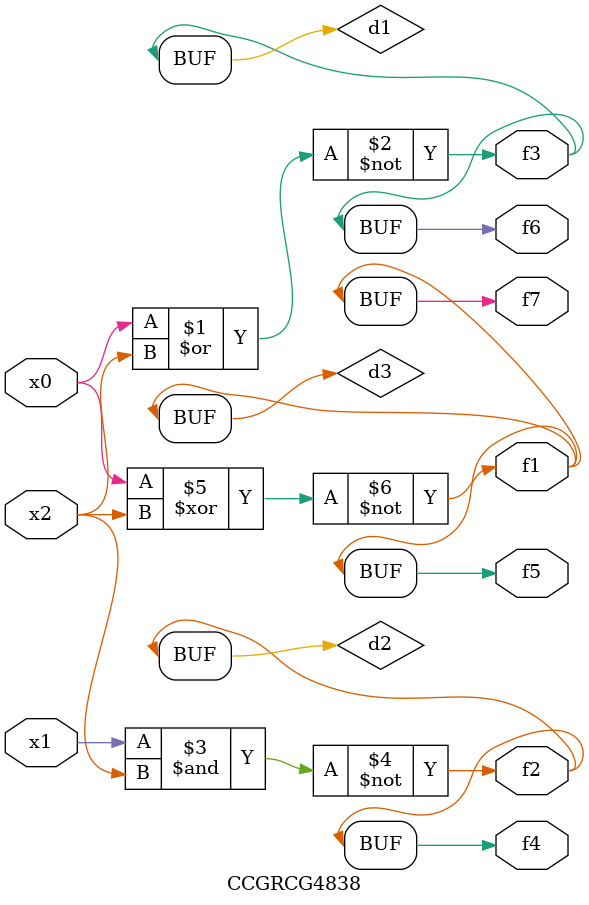
<source format=v>
module CCGRCG4838(
	input x0, x1, x2,
	output f1, f2, f3, f4, f5, f6, f7
);

	wire d1, d2, d3;

	nor (d1, x0, x2);
	nand (d2, x1, x2);
	xnor (d3, x0, x2);
	assign f1 = d3;
	assign f2 = d2;
	assign f3 = d1;
	assign f4 = d2;
	assign f5 = d3;
	assign f6 = d1;
	assign f7 = d3;
endmodule

</source>
